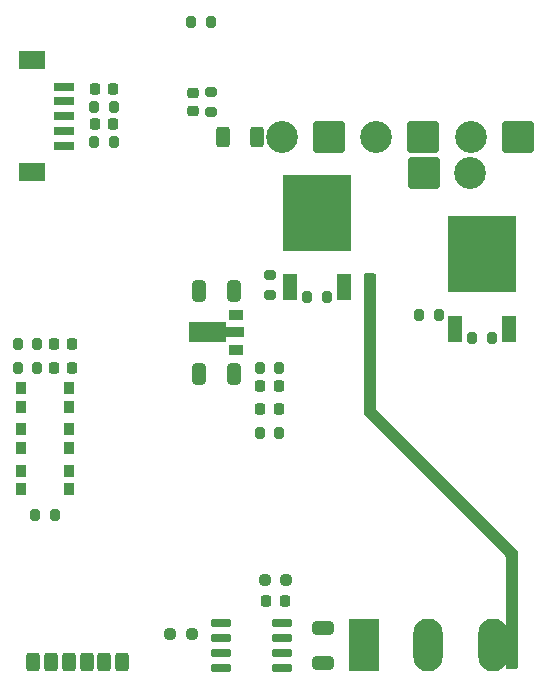
<source format=gbr>
G04 #@! TF.GenerationSoftware,KiCad,Pcbnew,(6.0.5)*
G04 #@! TF.CreationDate,2022-07-13T00:07:27+09:00*
G04 #@! TF.ProjectId,ORION_boost_v1,4f52494f-4e5f-4626-9f6f-73745f76312e,rev?*
G04 #@! TF.SameCoordinates,Original*
G04 #@! TF.FileFunction,Soldermask,Top*
G04 #@! TF.FilePolarity,Negative*
%FSLAX46Y46*%
G04 Gerber Fmt 4.6, Leading zero omitted, Abs format (unit mm)*
G04 Created by KiCad (PCBNEW (6.0.5)) date 2022-07-13 00:07:27*
%MOMM*%
%LPD*%
G01*
G04 APERTURE LIST*
G04 Aperture macros list*
%AMRoundRect*
0 Rectangle with rounded corners*
0 $1 Rounding radius*
0 $2 $3 $4 $5 $6 $7 $8 $9 X,Y pos of 4 corners*
0 Add a 4 corners polygon primitive as box body*
4,1,4,$2,$3,$4,$5,$6,$7,$8,$9,$2,$3,0*
0 Add four circle primitives for the rounded corners*
1,1,$1+$1,$2,$3*
1,1,$1+$1,$4,$5*
1,1,$1+$1,$6,$7*
1,1,$1+$1,$8,$9*
0 Add four rect primitives between the rounded corners*
20,1,$1+$1,$2,$3,$4,$5,0*
20,1,$1+$1,$4,$5,$6,$7,0*
20,1,$1+$1,$6,$7,$8,$9,0*
20,1,$1+$1,$8,$9,$2,$3,0*%
%AMFreePoly0*
4,1,9,3.862500,-0.866500,0.737500,-0.866500,0.737500,-0.450000,-0.737500,-0.450000,-0.737500,0.450000,0.737500,0.450000,0.737500,0.866500,3.862500,0.866500,3.862500,-0.866500,3.862500,-0.866500,$1*%
G04 Aperture macros list end*
%ADD10RoundRect,0.200000X0.200000X0.275000X-0.200000X0.275000X-0.200000X-0.275000X0.200000X-0.275000X0*%
%ADD11RoundRect,0.237500X0.250000X0.237500X-0.250000X0.237500X-0.250000X-0.237500X0.250000X-0.237500X0*%
%ADD12RoundRect,0.250001X1.099999X1.099999X-1.099999X1.099999X-1.099999X-1.099999X1.099999X-1.099999X0*%
%ADD13C,2.700000*%
%ADD14RoundRect,0.218750X0.218750X0.256250X-0.218750X0.256250X-0.218750X-0.256250X0.218750X-0.256250X0*%
%ADD15R,1.200000X2.200000*%
%ADD16R,5.800000X6.400000*%
%ADD17RoundRect,0.250000X-0.650000X0.325000X-0.650000X-0.325000X0.650000X-0.325000X0.650000X0.325000X0*%
%ADD18RoundRect,0.200000X-0.200000X-0.275000X0.200000X-0.275000X0.200000X0.275000X-0.200000X0.275000X0*%
%ADD19RoundRect,0.225000X-0.225000X-0.250000X0.225000X-0.250000X0.225000X0.250000X-0.225000X0.250000X0*%
%ADD20RoundRect,0.200000X0.275000X-0.200000X0.275000X0.200000X-0.275000X0.200000X-0.275000X-0.200000X0*%
%ADD21RoundRect,0.250000X0.325000X0.650000X-0.325000X0.650000X-0.325000X-0.650000X0.325000X-0.650000X0*%
%ADD22R,1.300000X0.900000*%
%ADD23FreePoly0,180.000000*%
%ADD24RoundRect,0.225000X-0.250000X0.225000X-0.250000X-0.225000X0.250000X-0.225000X0.250000X0.225000X0*%
%ADD25R,0.900000X1.000000*%
%ADD26R,1.800000X0.700000*%
%ADD27R,2.200000X1.600000*%
%ADD28RoundRect,0.225000X0.225000X0.250000X-0.225000X0.250000X-0.225000X-0.250000X0.225000X-0.250000X0*%
%ADD29RoundRect,0.150000X-0.725000X-0.150000X0.725000X-0.150000X0.725000X0.150000X-0.725000X0.150000X0*%
%ADD30RoundRect,0.250000X0.312500X0.625000X-0.312500X0.625000X-0.312500X-0.625000X0.312500X-0.625000X0*%
%ADD31R,2.500000X4.500000*%
%ADD32O,2.500000X4.500000*%
%ADD33RoundRect,0.200000X-0.275000X0.200000X-0.275000X-0.200000X0.275000X-0.200000X0.275000X0.200000X0*%
%ADD34RoundRect,0.237500X-0.250000X-0.237500X0.250000X-0.237500X0.250000X0.237500X-0.250000X0.237500X0*%
%ADD35RoundRect,0.250001X-1.099999X-1.099999X1.099999X-1.099999X1.099999X1.099999X-1.099999X1.099999X0*%
%ADD36RoundRect,0.300000X-0.300000X-0.500000X0.300000X-0.500000X0.300000X0.500000X-0.300000X0.500000X0*%
G04 APERTURE END LIST*
D10*
X42325000Y-66500000D03*
X40675000Y-66500000D03*
D11*
X55412500Y-91000000D03*
X53587500Y-91000000D03*
D10*
X80825000Y-66000000D03*
X79175000Y-66000000D03*
D12*
X67000000Y-49000000D03*
D13*
X63040000Y-49000000D03*
D10*
X57025000Y-39200000D03*
X55375000Y-39200000D03*
D14*
X45287500Y-66500000D03*
X43712500Y-66500000D03*
D10*
X66825000Y-62500000D03*
X65175000Y-62500000D03*
D15*
X63720000Y-61700000D03*
D16*
X66000000Y-55400000D03*
D15*
X68280000Y-61700000D03*
D17*
X66500000Y-90525000D03*
X66500000Y-93475000D03*
D14*
X45287500Y-68500000D03*
X43712500Y-68500000D03*
D18*
X47150000Y-49400000D03*
X48800000Y-49400000D03*
D19*
X61225000Y-70000000D03*
X62775000Y-70000000D03*
D20*
X57000000Y-46825000D03*
X57000000Y-45175000D03*
D21*
X58975000Y-62000000D03*
X56025000Y-62000000D03*
D18*
X74675000Y-64000000D03*
X76325000Y-64000000D03*
D21*
X58975000Y-69000000D03*
X56025000Y-69000000D03*
D14*
X62787500Y-72000000D03*
X61212500Y-72000000D03*
D15*
X77720000Y-65200000D03*
D16*
X80000000Y-58900000D03*
D15*
X82280000Y-65200000D03*
D22*
X59150000Y-67000000D03*
D23*
X59062500Y-65500000D03*
D22*
X59150000Y-64000000D03*
D24*
X55500000Y-45225000D03*
X55500000Y-46775000D03*
D25*
X40950000Y-78800000D03*
X45050000Y-78800000D03*
X40950000Y-77200000D03*
X45050000Y-77200000D03*
D26*
X44550000Y-44700000D03*
X44550000Y-45950000D03*
X44550000Y-47200000D03*
X44550000Y-48450000D03*
X44550000Y-49700000D03*
D27*
X41850000Y-51950000D03*
X41850000Y-42450000D03*
D18*
X47150000Y-46400000D03*
X48800000Y-46400000D03*
D28*
X48750000Y-44900000D03*
X47200000Y-44900000D03*
D29*
X57925000Y-90095000D03*
X57925000Y-91365000D03*
X57925000Y-92635000D03*
X57925000Y-93905000D03*
X63075000Y-93905000D03*
X63075000Y-92635000D03*
X63075000Y-91365000D03*
X63075000Y-90095000D03*
D12*
X83020000Y-49000000D03*
D13*
X79060000Y-49000000D03*
D10*
X62825000Y-74000000D03*
X61175000Y-74000000D03*
D30*
X60962500Y-49000000D03*
X58037500Y-49000000D03*
D14*
X63287500Y-88212500D03*
X61712500Y-88212500D03*
D10*
X42325000Y-68500000D03*
X40675000Y-68500000D03*
D31*
X70000000Y-92000000D03*
D32*
X75450000Y-92000000D03*
X80900000Y-92000000D03*
D10*
X62825000Y-68500000D03*
X61175000Y-68500000D03*
D25*
X40950000Y-71800000D03*
X45050000Y-71800000D03*
X45050000Y-70200000D03*
X40950000Y-70200000D03*
D33*
X62000000Y-60675000D03*
X62000000Y-62325000D03*
D34*
X61587500Y-86500000D03*
X63412500Y-86500000D03*
D25*
X40950000Y-75300000D03*
X45050000Y-75300000D03*
X40950000Y-73700000D03*
X45050000Y-73700000D03*
D12*
X75000000Y-49000000D03*
D13*
X71040000Y-49000000D03*
D18*
X42175000Y-81000000D03*
X43825000Y-81000000D03*
D28*
X48750000Y-47900000D03*
X47200000Y-47900000D03*
D35*
X75040000Y-52000000D03*
D13*
X79000000Y-52000000D03*
D36*
X42000000Y-93450000D03*
X43500000Y-93450000D03*
X45000000Y-93450000D03*
X46500000Y-93450000D03*
X48000000Y-93450000D03*
X49500000Y-93450000D03*
G36*
X70942121Y-60520002D02*
G01*
X70988614Y-60573658D01*
X71000000Y-60626000D01*
X71000000Y-71981885D01*
X71007530Y-72007530D01*
X82963095Y-83963095D01*
X82997121Y-84025407D01*
X83000000Y-84052190D01*
X83000000Y-93874000D01*
X82979998Y-93942121D01*
X82926342Y-93988614D01*
X82874000Y-94000000D01*
X82126000Y-94000000D01*
X82057879Y-93979998D01*
X82011386Y-93926342D01*
X82000000Y-93874000D01*
X82000000Y-84518115D01*
X81992470Y-84492470D01*
X70036905Y-72536905D01*
X70002879Y-72474593D01*
X70000000Y-72447810D01*
X70000000Y-60626000D01*
X70020002Y-60557879D01*
X70073658Y-60511386D01*
X70126000Y-60500000D01*
X70874000Y-60500000D01*
X70942121Y-60520002D01*
G37*
M02*

</source>
